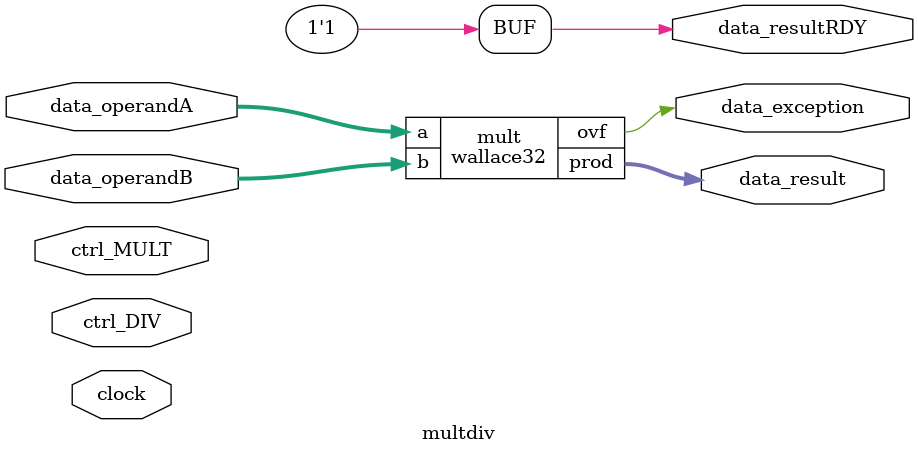
<source format=v>
/*module ovfchk(a_neq_b, b);
input [63:0] b; // Full product
output a_neq_b;

// Padd a w/ 0s if pos, 1's if neg
wire signed [63:0] x;
wire [31:0] a; // shortened product

assign a = b[31:0];
assign x[63:32] = a;
assign x[31:0] = 32'b0;
assign x = x>>>32;

wire a_eq_b;

assign a_eq_b = (x == b);
not(a_neq_b, a_eq_b);

endmodule*/

module half_adder(
    Data_in_A,
    Data_in_B,
    Data_out_Sum,
    Data_out_Carry
    );

    //what are the input ports.
    input Data_in_A;
    input Data_in_B;
    //What are the output ports.
    output Data_out_Sum;
     output Data_out_Carry;
     
     //Implement the Sum and Carry equations using Verilog Bit operators.
     assign Data_out_Sum = Data_in_A ^ Data_in_B;  //XOR operation
     assign Data_out_Carry = Data_in_A & Data_in_B; //AND operation
    
endmodule

module full_adder(
    Data_in_A,  //input A
    Data_in_B,  //input B
    Data_in_C,  //input C
     Data_out_Sum,
     Data_out_Carry
    );

    //what are the input ports.
    input Data_in_A;
    input Data_in_B;
     input Data_in_C;
    //What are the output ports.
    output Data_out_Sum;
     output Data_out_Carry;
     //Internal variables
     wire ha1_sum;
     wire ha2_sum;
     wire ha1_carry;
     wire ha2_carry;
     wire Data_out_Sum;
     wire Data_out_Carry;

     //Instantiate the half adder 1
    half_adder  ha1(
        .Data_in_A(Data_in_A),
        .Data_in_B(Data_in_B),
        .Data_out_Sum(ha1_sum),
        .Data_out_Carry(ha1_carry)
    );
    
    //Instantiate the half adder 2
    half_adder  ha2(
        .Data_in_A(Data_in_C),
        .Data_in_B(ha1_sum),
        .Data_out_Sum(ha2_sum),
        .Data_out_Carry(ha2_carry)
    );

    //sum output from 2nd half adder is connected to full adder output
    assign Data_out_Sum = ha2_sum;  
    //The carry's from both the half adders are OR'ed to get the final carry./
    assign Data_out_Carry = ha1_carry | ha2_carry;
    
endmodule

module wallace32(a, b, prod, ovf);
    input [31:0] a, b;
    output [31:0] prod;
	output ovf; // Overflow

	wire [63:0] p;

	// Check overflow into high 32 bits
	/*wire allones, allzeros, highBit;
	assign allones = &p[63:31];
	assign allzeros = ~|p[63:31];
	assign highBit = ~(allones | allzeros); //ovf = 1 if !allzeros and !allones*/

	//Check if a != 0, b != 0, and p = 0 then ovf
	wire zeroOvf, zero2it;
	assign zeroOvf = a && b && ~p[31:0];

	//check signs match
	wire signMismatch;
	xor(signMismatch, a[31], b[31], p[31]); //(a[31] & b[31] & p[31]) | (a[31] & ~b[31] & ~p[31]) | (~a[31] & ~b[31] & p[31]) | (~a[31] & b[31] & ~p[31]);
	
	// Ovf if mismatch | highBit
	assign zero2it = (signMismatch == 0) && (zeroOvf == 1);
	assign ovf = signMismatch;// || zero2it;

	//Assign lower half of p
	assign prod = p[31:0];

    wire Cout;

wire [32:0] c1;
wire [32:0] c2;
wire [32:0] c3;
wire [32:0] c4;
wire [32:0] c5;
wire [32:0] c6;
wire [32:0] c7;
wire [32:0] c8;
wire [32:0] c9;
wire [32:0] c10;
wire [32:0] c11;
wire [32:0] c12;
wire [32:0] c13;
wire [32:0] c14;
wire [32:0] c15;
wire [32:0] c16;
wire [32:0] c17;
wire [32:0] c18;
wire [32:0] c19;
wire [32:0] c20;
wire [32:0] c21;
wire [32:0] c22;
wire [32:0] c23;
wire [32:0] c24;
wire [32:0] c25;
wire [32:0] c26;
wire [32:0] c27;
wire [32:0] c28;
wire [32:0] c29;
wire [32:0] c30;
wire [32:0] c31;
wire [32:0] c32;
assign c1[0] = 1'b0;
assign c2[0] = 1'b0;
assign c3[0] = 1'b0;
assign c4[0] = 1'b0;
assign c5[0] = 1'b0;
assign c6[0] = 1'b0;
assign c7[0] = 1'b0;
assign c8[0] = 1'b0;
assign c9[0] = 1'b0;
assign c10[0] = 1'b0;
assign c11[0] = 1'b0;
assign c12[0] = 1'b0;
assign c13[0] = 1'b0;
assign c14[0] = 1'b0;
assign c15[0] = 1'b0;
assign c16[0] = 1'b0;
assign c17[0] = 1'b0;
assign c18[0] = 1'b0;
assign c19[0] = 1'b0;
assign c20[0] = 1'b0;
assign c21[0] = 1'b0;
assign c22[0] = 1'b0;
assign c23[0] = 1'b0;
assign c24[0] = 1'b0;
assign c25[0] = 1'b0;
assign c26[0] = 1'b0;
assign c27[0] = 1'b0;
assign c28[0] = 1'b0;
assign c29[0] = 1'b0;
assign c30[0] = 1'b0;
assign c31[0] = 1'b0;
assign c32[0] = 1'b0;
wire [32:0] s1;
wire [32:0] s2;
wire [32:0] s3;
wire [32:0] s4;
wire [32:0] s5;
wire [32:0] s6;
wire [32:0] s7;
wire [32:0] s8;
wire [32:0] s9;
wire [32:0] s10;
wire [32:0] s11;
wire [32:0] s12;
wire [32:0] s13;
wire [32:0] s14;
wire [32:0] s15;
wire [32:0] s16;
wire [32:0] s17;
wire [32:0] s18;
wire [32:0] s19;
wire [32:0] s20;
wire [32:0] s21;
wire [32:0] s22;
wire [32:0] s23;
wire [32:0] s24;
wire [32:0] s25;
wire [32:0] s26;
wire [32:0] s27;
wire [32:0] s28;
wire [32:0] s29;
wire [32:0] s30;
wire [32:0] s31;
wire [32:0] s32;
wire [32:0] s33;
wire [31:0] w1;
wire [31:0] w2;
wire [31:0] w3;
wire [31:0] w4;
wire [31:0] w5;
wire [31:0] w6;
wire [31:0] w7;
wire [31:0] w8;
wire [31:0] w9;
wire [31:0] w10;
wire [31:0] w11;
wire [31:0] w12;
wire [31:0] w13;
wire [31:0] w14;
wire [31:0] w15;
wire [31:0] w16;
wire [31:0] w17;
wire [31:0] w18;
wire [31:0] w19;
wire [31:0] w20;
wire [31:0] w21;
wire [31:0] w22;
wire [31:0] w23;
wire [31:0] w24;
wire [31:0] w25;
wire [31:0] w26;
wire [31:0] w27;
wire [31:0] w28;
wire [31:0] w29;
wire [31:0] w30;
wire [31:0] w31;
wire [31:0] w32;

    genvar i;
    generate
        for (i = 0; i < 32; i = i + 1) begin
            assign s1[i] = a[i] & b[0];
        end
    endgenerate

//--------------- LVL 2 --------------------------
genvar ab;
generate
	for (ab = 0; ab < 31; ab = ab + 1) begin
		assign w1[ab] = a[ab] & b[1];
		full_adder f2(w1[ab], s1[ab + 1], c1[ab], s2[ab], c1[ab + 1]);
	end
endgenerate
assign w1[31] = a[31] & b[1];
full_adder f313(w1[31], 1'b0, c1[31], s2[31], c1[32]);

//--------------- LVL 3 --------------------------
genvar ac;
generate
	for (ac = 0; ac < 31; ac = ac + 1) begin
		assign w2[ac] = a[ac] & b[2];
		full_adder f3(w2[ac], s2[ac + 1], c2[ac], s3[ac], c2[ac + 1]);
	end
endgenerate
assign w2[31] = a[31] & b[2];
full_adder f314(w2[31], c1[32], c2[31], s3[31], c2[32]);

//--------------- LVL 4 --------------------------
genvar ad;
generate
	for (ad = 0; ad < 31; ad = ad + 1) begin
		assign w3[ad] = a[ad] & b[3];
		full_adder f4(w3[ad], s3[ad + 1], c3[ad], s4[ad], c3[ad + 1]);
	end
endgenerate
assign w3[31] = a[31] & b[3];
full_adder f315(w3[31], c2[32], c3[31], s4[31], c3[32]);

//--------------- LVL 5 --------------------------
genvar ae;
generate
	for (ae = 0; ae < 31; ae = ae + 1) begin
		assign w4[ae] = a[ae] & b[4];
		full_adder f5(w4[ae], s4[ae + 1], c4[ae], s5[ae], c4[ae + 1]);
	end
endgenerate
assign w4[31] = a[31] & b[4];
full_adder f316(w4[31], c3[32], c4[31], s5[31], c4[32]);

//--------------- LVL 6 --------------------------
genvar af;
generate
	for (af = 0; af < 31; af = af + 1) begin
		assign w5[af] = a[af] & b[5];
		full_adder f6(w5[af], s5[af + 1], c5[af], s6[af], c5[af + 1]);
	end
endgenerate
assign w5[31] = a[31] & b[5];
full_adder f317(w5[31], c4[32], c5[31], s6[31], c5[32]);

//--------------- LVL 7 --------------------------
genvar ag;
generate
	for (ag = 0; ag < 31; ag = ag + 1) begin
		assign w6[ag] = a[ag] & b[6];
		full_adder f7(w6[ag], s6[ag + 1], c6[ag], s7[ag], c6[ag + 1]);
	end
endgenerate
assign w6[31] = a[31] & b[6];
full_adder f318(w6[31], c5[32], c6[31], s7[31], c6[32]);

//--------------- LVL 8 --------------------------
genvar ah;
generate
	for (ah = 0; ah < 31; ah = ah + 1) begin
		assign w7[ah] = a[ah] & b[7];
		full_adder f8(w7[ah], s7[ah + 1], c7[ah], s8[ah], c7[ah + 1]);
	end
endgenerate
assign w7[31] = a[31] & b[7];
full_adder f319(w7[31], c6[32], c7[31], s8[31], c7[32]);

//--------------- LVL 9 --------------------------
genvar ai;
generate
	for (ai = 0; ai < 31; ai = ai + 1) begin
		assign w8[ai] = a[ai] & b[8];
		full_adder f9(w8[ai], s8[ai + 1], c8[ai], s9[ai], c8[ai + 1]);
	end
endgenerate
assign w8[31] = a[31] & b[8];
full_adder f3110(w8[31], c7[32], c8[31], s9[31], c8[32]);

//--------------- LVL 10 --------------------------
genvar aj;
generate
	for (aj = 0; aj < 31; aj = aj + 1) begin
		assign w9[aj] = a[aj] & b[9];
		full_adder f10(w9[aj], s9[aj + 1], c9[aj], s10[aj], c9[aj + 1]);
	end
endgenerate
assign w9[31] = a[31] & b[9];
full_adder f3111(w9[31], c8[32], c9[31], s10[31], c9[32]);

//--------------- LVL 11 --------------------------
genvar ak;
generate
	for (ak = 0; ak < 31; ak = ak + 1) begin
		assign w10[ak] = a[ak] & b[10];
		full_adder f11(w10[ak], s10[ak + 1], c10[ak], s11[ak], c10[ak + 1]);
	end
endgenerate
assign w10[31] = a[31] & b[10];
full_adder f3112(w10[31], c9[32], c10[31], s11[31], c10[32]);

//--------------- LVL 12 --------------------------
genvar al;
generate
	for (al = 0; al < 31; al = al + 1) begin
		assign w11[al] = a[al] & b[11];
		full_adder f12(w11[al], s11[al + 1], c11[al], s12[al], c11[al + 1]);
	end
endgenerate
assign w11[31] = a[31] & b[11];
full_adder f3113(w11[31], c10[32], c11[31], s12[31], c11[32]);

//--------------- LVL 13 --------------------------
genvar am;
generate
	for (am = 0; am < 31; am = am + 1) begin
		assign w12[am] = a[am] & b[12];
		full_adder f13(w12[am], s12[am + 1], c12[am], s13[am], c12[am + 1]);
	end
endgenerate
assign w12[31] = a[31] & b[12];
full_adder f3114(w12[31], c11[32], c12[31], s13[31], c12[32]);

//--------------- LVL 14 --------------------------
genvar an;
generate
	for (an = 0; an < 31; an = an + 1) begin
		assign w13[an] = a[an] & b[13];
		full_adder f14(w13[an], s13[an + 1], c13[an], s14[an], c13[an + 1]);
	end
endgenerate
assign w13[31] = a[31] & b[13];
full_adder f3115(w13[31], c12[32], c13[31], s14[31], c13[32]);

//--------------- LVL 15 --------------------------
genvar ao;
generate
	for (ao = 0; ao < 31; ao = ao + 1) begin
		assign w14[ao] = a[ao] & b[14];
		full_adder f15(w14[ao], s14[ao + 1], c14[ao], s15[ao], c14[ao + 1]);
	end
endgenerate
assign w14[31] = a[31] & b[14];
full_adder f3116(w14[31], c13[32], c14[31], s15[31], c14[32]);

//--------------- LVL 16 --------------------------
genvar ap;
generate
	for (ap = 0; ap < 31; ap = ap + 1) begin
		assign w15[ap] = a[ap] & b[15];
		full_adder f16(w15[ap], s15[ap + 1], c15[ap], s16[ap], c15[ap + 1]);
	end
endgenerate
assign w15[31] = a[31] & b[15];
full_adder f3117(w15[31], c14[32], c15[31], s16[31], c15[32]);

//--------------- LVL 17 --------------------------
genvar aq;
generate
	for (aq = 0; aq < 31; aq = aq + 1) begin
		assign w16[aq] = a[aq] & b[16];
		full_adder f17(w16[aq], s16[aq + 1], c16[aq], s17[aq], c16[aq + 1]);
	end
endgenerate
assign w16[31] = a[31] & b[16];
full_adder f3118(w16[31], c15[32], c16[31], s17[31], c16[32]);

//--------------- LVL 18 --------------------------
genvar ar;
generate
	for (ar = 0; ar < 31; ar = ar + 1) begin
		assign w17[ar] = a[ar] & b[17];
		full_adder f18(w17[ar], s17[ar + 1], c17[ar], s18[ar], c17[ar + 1]);
	end
endgenerate
assign w17[31] = a[31] & b[17];
full_adder f3119(w17[31], c16[32], c17[31], s18[31], c17[32]);

//--------------- LVL 19 --------------------------
genvar as;
generate
	for (as = 0; as < 31; as = as + 1) begin
		assign w18[as] = a[as] & b[18];
		full_adder f19(w18[as], s18[as + 1], c18[as], s19[as], c18[as + 1]);
	end
endgenerate
assign w18[31] = a[31] & b[18];
full_adder f3120(w18[31], c17[32], c18[31], s19[31], c18[32]);

//--------------- LVL 20 --------------------------
genvar at;
generate
	for (at = 0; at < 31; at = at + 1) begin
		assign w19[at] = a[at] & b[19];
		full_adder f20(w19[at], s19[at + 1], c19[at], s20[at], c19[at + 1]);
	end
endgenerate
assign w19[31] = a[31] & b[19];
full_adder f3121(w19[31], c18[32], c19[31], s20[31], c19[32]);

//--------------- LVL 21 --------------------------
genvar au;
generate
	for (au = 0; au < 31; au = au + 1) begin
		assign w20[au] = a[au] & b[20];
		full_adder f21(w20[au], s20[au + 1], c20[au], s21[au], c20[au + 1]);
	end
endgenerate
assign w20[31] = a[31] & b[20];
full_adder f3122(w20[31], c19[32], c20[31], s21[31], c20[32]);

//--------------- LVL 22 --------------------------
genvar av;
generate
	for (av = 0; av < 31; av = av + 1) begin
		assign w21[av] = a[av] & b[21];
		full_adder f22(w21[av], s21[av + 1], c21[av], s22[av], c21[av + 1]);
	end
endgenerate
assign w21[31] = a[31] & b[21];
full_adder f3123(w21[31], c20[32], c21[31], s22[31], c21[32]);

//--------------- LVL 23 --------------------------
genvar aw;
generate
	for (aw = 0; aw < 31; aw = aw + 1) begin
		assign w22[aw] = a[aw] & b[22];
		full_adder f23(w22[aw], s22[aw + 1], c22[aw], s23[aw], c22[aw + 1]);
	end
endgenerate
assign w22[31] = a[31] & b[22];
full_adder f3124(w22[31], c21[32], c22[31], s23[31], c22[32]);

//--------------- LVL 24 --------------------------
genvar ax;
generate
	for (ax = 0; ax < 31; ax = ax + 1) begin
		assign w23[ax] = a[ax] & b[23];
		full_adder f24(w23[ax], s23[ax + 1], c23[ax], s24[ax], c23[ax + 1]);
	end
endgenerate
assign w23[31] = a[31] & b[23];
full_adder f3125(w23[31], c22[32], c23[31], s24[31], c23[32]);

//--------------- LVL 25 --------------------------
genvar ay;
generate
	for (ay = 0; ay < 31; ay = ay + 1) begin
		assign w24[ay] = a[ay] & b[24];
		full_adder f25(w24[ay], s24[ay + 1], c24[ay], s25[ay], c24[ay + 1]);
	end
endgenerate
assign w24[31] = a[31] & b[24];
full_adder f3126(w24[31], c23[32], c24[31], s25[31], c24[32]);

//--------------- LVL 26 --------------------------
genvar az;
generate
	for (az = 0; az < 31; az = az + 1) begin
		assign w25[az] = a[az] & b[25];
		full_adder f26(w25[az], s25[az + 1], c25[az], s26[az], c25[az + 1]);
	end
endgenerate
assign w25[31] = a[31] & b[25];
full_adder f3127(w25[31], c24[32], c25[31], s26[31], c25[32]);

//--------------- LVL 27 --------------------------
genvar ba;
generate
	for (ba = 0; ba < 31; ba = ba + 1) begin
		assign w26[ba] = a[ba] & b[26];
		full_adder f27(w26[ba], s26[ba + 1], c26[ba], s27[ba], c26[ba + 1]);
	end
endgenerate
assign w26[31] = a[31] & b[26];
full_adder f3128(w26[31], c25[32], c26[31], s27[31], c26[32]);

//--------------- LVL 28 --------------------------
genvar bb;
generate
	for (bb = 0; bb < 31; bb = bb + 1) begin
		assign w27[bb] = a[bb] & b[27];
		full_adder f28(w27[bb], s27[bb + 1], c27[bb], s28[bb], c27[bb + 1]);
	end
endgenerate
assign w27[31] = a[31] & b[27];
full_adder f3129(w27[31], c26[32], c27[31], s28[31], c27[32]);

//--------------- LVL 29 --------------------------
genvar bc;
generate
	for (bc = 0; bc < 31; bc = bc + 1) begin
		assign w28[bc] = a[bc] & b[28];
		full_adder f29(w28[bc], s28[bc + 1], c28[bc], s29[bc], c28[bc + 1]);
	end
endgenerate
assign w28[31] = a[31] & b[28];
full_adder f3130(w28[31], c27[32], c28[31], s29[31], c28[32]);

//--------------- LVL 30 --------------------------
genvar bd;
generate
	for (bd = 0; bd < 31; bd = bd + 1) begin
		assign w29[bd] = a[bd] & b[29];
		full_adder f30(w29[bd], s29[bd + 1], c29[bd], s30[bd], c29[bd + 1]);
	end
endgenerate
assign w29[31] = a[31] & b[29];
full_adder f3131(w29[31], c28[32], c29[31], s30[31], c29[32]);

//--------------- LVL 31 --------------------------
genvar be;
generate
	for (be = 0; be < 31; be = be + 1) begin
		assign w30[be] = a[be] & b[30];
		full_adder f31(w30[be], s30[be + 1], c30[be], s31[be], c30[be + 1]);
	end
endgenerate
assign w30[31] = a[31] & b[30];
full_adder f3132(w30[31], c29[32], c30[31], s31[31], c30[32]);

//--------------- LVL 32 --------------------------
genvar bf;
generate
	for (bf = 0; bf < 31; bf = bf + 1) begin
		assign w31[bf] = a[bf] & b[31];
		full_adder f32(w31[bf], s31[bf + 1], c31[bf], s32[bf], c31[bf + 1]);
	end
endgenerate
assign w31[31] = a[31] & b[31];
full_adder f3133(w31[31], c30[32], c31[31], s32[31], c31[32]);

genvar m; 
    generate
        for (m = 0; m < 31; m = m + 1) begin
            assign w32[m] = a[m] & 1'b0;
            full_adder fend(w32[m], s32[m + 1], c32[m], s33[m], c32[m + 1]);
        end
    endgenerate

    assign w32[31] = a[31] & 1'b0;
    full_adder fend2(w32[31], c31[32], c32[31], s33[31], Cout);

    // Assign outputs
assign p[0] = s1[0];
assign p[1] = s2[0];
assign p[2] = s3[0];
assign p[3] = s4[0];
assign p[4] = s5[0];
assign p[5] = s6[0];
assign p[6] = s7[0];
assign p[7] = s8[0];
assign p[8] = s9[0];
assign p[9] = s10[0];
assign p[10] = s11[0];
assign p[11] = s12[0];
assign p[12] = s13[0];
assign p[13] = s14[0];
assign p[14] = s15[0];
assign p[15] = s16[0];
assign p[16] = s17[0];
assign p[17] = s18[0];
assign p[18] = s19[0];
assign p[19] = s20[0];
assign p[20] = s21[0];
assign p[21] = s22[0];
assign p[22] = s23[0];
assign p[23] = s24[0];
assign p[24] = s25[0];
assign p[25] = s26[0];
assign p[26] = s27[0];
assign p[27] = s28[0];
assign p[28] = s29[0];
assign p[29] = s30[0];
assign p[30] = s31[0];
assign p[31] = s32[0];
assign p[32] = s33[0];
assign p[33] = s33[0];
assign p[34] = s33[1];
assign p[35] = s33[2];
assign p[36] = s33[3];
assign p[37] = s33[4];
assign p[38] = s33[5];
assign p[39] = s33[6];
assign p[40] = s33[7];
assign p[41] = s33[8];
assign p[42] = s33[9];
assign p[43] = s33[10];
assign p[44] = s33[11];
assign p[45] = s33[12];
assign p[46] = s33[13];
assign p[47] = s33[14];
assign p[48] = s33[15];
assign p[49] = s33[16];
assign p[50] = s33[17];
assign p[51] = s33[18];
assign p[52] = s33[19];
assign p[53] = s33[20];
assign p[54] = s33[21];
assign p[55] = s33[22];
assign p[56] = s33[23];
assign p[57] = s33[24];
assign p[58] = s33[25];
assign p[59] = s33[26];
assign p[60] = s33[27];
assign p[61] = s33[28];
assign p[62] = s33[29];
assign p[63] = s33[30];

endmodule
module multdiv(
	data_operandA, data_operandB, 
	ctrl_MULT, ctrl_DIV, 
	clock, 
	data_result, data_exception, data_resultRDY);

    input [31:0] data_operandA, data_operandB;
    input ctrl_MULT, ctrl_DIV, clock;

    output [31:0] data_result;
    output data_exception, data_resultRDY;

    // add your code here
    wallace32 mult(data_operandA, data_operandB, data_result, data_exception);

    //assign data_result = res[31:0];
    //assign data_exception = 1'b0;
    assign data_resultRDY = 1'b1;

endmodule
</source>
